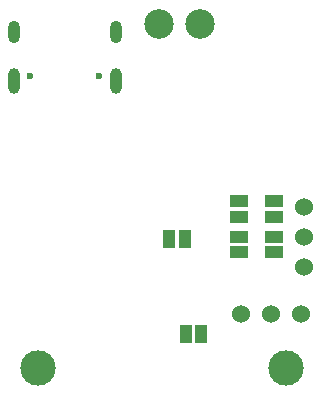
<source format=gbr>
%TF.GenerationSoftware,Altium Limited,Altium Designer,22.7.1 (60)*%
G04 Layer_Color=255*
%FSLAX45Y45*%
%MOMM*%
%TF.SameCoordinates,889419F2-2602-4259-AB3C-8922443444C0*%
%TF.FilePolarity,Positive*%
%TF.FileFunction,Pads,Bot*%
%TF.Part,Single*%
G01*
G75*
%TA.AperFunction,ComponentPad*%
%ADD46C,0.60000*%
%ADD47O,1.00000X2.20000*%
%ADD48O,1.00000X1.90000*%
%TA.AperFunction,WasherPad*%
%ADD49C,3.00000*%
%TA.AperFunction,ComponentPad*%
%ADD50C,1.52400*%
%ADD51C,2.50000*%
%TA.AperFunction,SMDPad,CuDef*%
%ADD53R,1.50000X1.00000*%
%ADD54R,1.00000X1.50000*%
D46*
X337258Y3275047D02*
D03*
X917258D02*
D03*
D47*
X1059758Y3225047D02*
D03*
X194758D02*
D03*
D48*
Y3645047D02*
D03*
X1059758D02*
D03*
D49*
X400000Y800000D02*
D03*
X2500000D02*
D03*
D50*
X2631258Y1260047D02*
D03*
X2377258D02*
D03*
X2123258D02*
D03*
X2652258Y2164047D02*
D03*
Y1910047D02*
D03*
Y1656047D02*
D03*
D51*
X1427258Y3710047D02*
D03*
X1777258D02*
D03*
D53*
X2102258Y1910047D02*
D03*
Y1780047D02*
D03*
Y2080047D02*
D03*
Y2210047D02*
D03*
X2402258Y2080047D02*
D03*
Y2210047D02*
D03*
X2402257Y1910047D02*
D03*
Y1780047D02*
D03*
D54*
X1643042Y1889263D02*
D03*
X1513042D02*
D03*
X1652258Y1085047D02*
D03*
X1782258D02*
D03*
%TF.MD5,44c11f4b7a5b5c7feacb87aaafc74c5c*%
M02*

</source>
